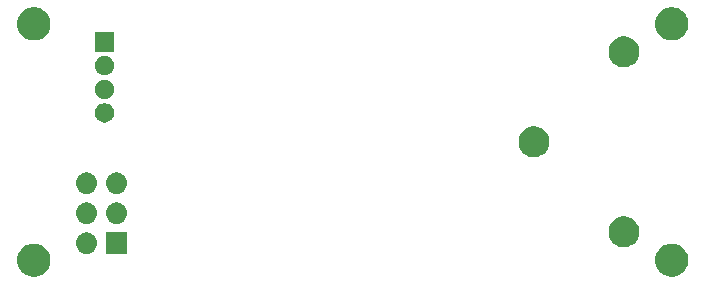
<source format=gbr>
G04 #@! TF.GenerationSoftware,KiCad,Pcbnew,(5.1.0)-1*
G04 #@! TF.CreationDate,2019-03-23T20:55:25-04:00*
G04 #@! TF.ProjectId,current_sense,63757272-656e-4745-9f73-656e73652e6b,rev?*
G04 #@! TF.SameCoordinates,Original*
G04 #@! TF.FileFunction,Soldermask,Bot*
G04 #@! TF.FilePolarity,Negative*
%FSLAX46Y46*%
G04 Gerber Fmt 4.6, Leading zero omitted, Abs format (unit mm)*
G04 Created by KiCad (PCBNEW (5.1.0)-1) date 2019-03-23 20:55:25*
%MOMM*%
%LPD*%
G04 APERTURE LIST*
%ADD10C,0.100000*%
G04 APERTURE END LIST*
D10*
G36*
X157814433Y-65862894D02*
G01*
X157904657Y-65880840D01*
X158010267Y-65924586D01*
X158159621Y-65986450D01*
X158159622Y-65986451D01*
X158389086Y-66139773D01*
X158584228Y-66334915D01*
X158645212Y-66426185D01*
X158737551Y-66564380D01*
X158843161Y-66819345D01*
X158897000Y-67090013D01*
X158897000Y-67365989D01*
X158843161Y-67636657D01*
X158737551Y-67891622D01*
X158737550Y-67891623D01*
X158584228Y-68121087D01*
X158389086Y-68316229D01*
X158235763Y-68418676D01*
X158159621Y-68469552D01*
X158010267Y-68531416D01*
X157904657Y-68575162D01*
X157814433Y-68593108D01*
X157633988Y-68629001D01*
X157358012Y-68629001D01*
X157177567Y-68593108D01*
X157087343Y-68575162D01*
X156981733Y-68531416D01*
X156832379Y-68469552D01*
X156756237Y-68418676D01*
X156602914Y-68316229D01*
X156407772Y-68121087D01*
X156254450Y-67891623D01*
X156254449Y-67891622D01*
X156148839Y-67636657D01*
X156095000Y-67365989D01*
X156095000Y-67090013D01*
X156148839Y-66819345D01*
X156254449Y-66564380D01*
X156346788Y-66426185D01*
X156407772Y-66334915D01*
X156602914Y-66139773D01*
X156832378Y-65986451D01*
X156832379Y-65986450D01*
X156981733Y-65924586D01*
X157087343Y-65880840D01*
X157177567Y-65862894D01*
X157358012Y-65827001D01*
X157633988Y-65827001D01*
X157814433Y-65862894D01*
X157814433Y-65862894D01*
G37*
G36*
X103814432Y-65862894D02*
G01*
X103904656Y-65880840D01*
X104010266Y-65924586D01*
X104159620Y-65986450D01*
X104159621Y-65986451D01*
X104389085Y-66139773D01*
X104584227Y-66334915D01*
X104645211Y-66426185D01*
X104737550Y-66564380D01*
X104843160Y-66819345D01*
X104896999Y-67090013D01*
X104896999Y-67365989D01*
X104843160Y-67636657D01*
X104737550Y-67891622D01*
X104737549Y-67891623D01*
X104584227Y-68121087D01*
X104389085Y-68316229D01*
X104235762Y-68418676D01*
X104159620Y-68469552D01*
X104010266Y-68531416D01*
X103904656Y-68575162D01*
X103814432Y-68593108D01*
X103633987Y-68629001D01*
X103358011Y-68629001D01*
X103177566Y-68593108D01*
X103087342Y-68575162D01*
X102981732Y-68531416D01*
X102832378Y-68469552D01*
X102756236Y-68418676D01*
X102602913Y-68316229D01*
X102407771Y-68121087D01*
X102254449Y-67891623D01*
X102254448Y-67891622D01*
X102148838Y-67636657D01*
X102094999Y-67365989D01*
X102094999Y-67090013D01*
X102148838Y-66819345D01*
X102254448Y-66564380D01*
X102346787Y-66426185D01*
X102407771Y-66334915D01*
X102602913Y-66139773D01*
X102832377Y-65986451D01*
X102832378Y-65986450D01*
X102981732Y-65924586D01*
X103087342Y-65880840D01*
X103177566Y-65862894D01*
X103358011Y-65827001D01*
X103633987Y-65827001D01*
X103814432Y-65862894D01*
X103814432Y-65862894D01*
G37*
G36*
X111391000Y-66687000D02*
G01*
X109589000Y-66687000D01*
X109589000Y-64885000D01*
X111391000Y-64885000D01*
X111391000Y-66687000D01*
X111391000Y-66687000D01*
G37*
G36*
X108060442Y-64891518D02*
G01*
X108126627Y-64898037D01*
X108296466Y-64949557D01*
X108452991Y-65033222D01*
X108488729Y-65062552D01*
X108590186Y-65145814D01*
X108644082Y-65211488D01*
X108702778Y-65283009D01*
X108786443Y-65439534D01*
X108837963Y-65609373D01*
X108855359Y-65786000D01*
X108837963Y-65962627D01*
X108786443Y-66132466D01*
X108702778Y-66288991D01*
X108673448Y-66324729D01*
X108590186Y-66426186D01*
X108488729Y-66509448D01*
X108452991Y-66538778D01*
X108296466Y-66622443D01*
X108126627Y-66673963D01*
X108060442Y-66680482D01*
X107994260Y-66687000D01*
X107905740Y-66687000D01*
X107839558Y-66680482D01*
X107773373Y-66673963D01*
X107603534Y-66622443D01*
X107447009Y-66538778D01*
X107411271Y-66509448D01*
X107309814Y-66426186D01*
X107226552Y-66324729D01*
X107197222Y-66288991D01*
X107113557Y-66132466D01*
X107062037Y-65962627D01*
X107044641Y-65786000D01*
X107062037Y-65609373D01*
X107113557Y-65439534D01*
X107197222Y-65283009D01*
X107255918Y-65211488D01*
X107309814Y-65145814D01*
X107411271Y-65062552D01*
X107447009Y-65033222D01*
X107603534Y-64949557D01*
X107773373Y-64898037D01*
X107839558Y-64891518D01*
X107905740Y-64885000D01*
X107994260Y-64885000D01*
X108060442Y-64891518D01*
X108060442Y-64891518D01*
G37*
G36*
X153823487Y-63580996D02*
G01*
X154060253Y-63679068D01*
X154060255Y-63679069D01*
X154273339Y-63821447D01*
X154454553Y-64002661D01*
X154507862Y-64082443D01*
X154596932Y-64215747D01*
X154695004Y-64452513D01*
X154745000Y-64703861D01*
X154745000Y-64960139D01*
X154695004Y-65211487D01*
X154596932Y-65448253D01*
X154596931Y-65448255D01*
X154454553Y-65661339D01*
X154273339Y-65842553D01*
X154060255Y-65984931D01*
X154060254Y-65984932D01*
X154060253Y-65984932D01*
X153823487Y-66083004D01*
X153572139Y-66133000D01*
X153315861Y-66133000D01*
X153064513Y-66083004D01*
X152827747Y-65984932D01*
X152827746Y-65984932D01*
X152827745Y-65984931D01*
X152614661Y-65842553D01*
X152433447Y-65661339D01*
X152291069Y-65448255D01*
X152291068Y-65448253D01*
X152192996Y-65211487D01*
X152143000Y-64960139D01*
X152143000Y-64703861D01*
X152192996Y-64452513D01*
X152291068Y-64215747D01*
X152380139Y-64082443D01*
X152433447Y-64002661D01*
X152614661Y-63821447D01*
X152827745Y-63679069D01*
X152827747Y-63679068D01*
X153064513Y-63580996D01*
X153315861Y-63531000D01*
X153572139Y-63531000D01*
X153823487Y-63580996D01*
X153823487Y-63580996D01*
G37*
G36*
X110600443Y-62351519D02*
G01*
X110666627Y-62358037D01*
X110836466Y-62409557D01*
X110992991Y-62493222D01*
X111028729Y-62522552D01*
X111130186Y-62605814D01*
X111213448Y-62707271D01*
X111242778Y-62743009D01*
X111326443Y-62899534D01*
X111377963Y-63069373D01*
X111395359Y-63246000D01*
X111377963Y-63422627D01*
X111326443Y-63592466D01*
X111242778Y-63748991D01*
X111213448Y-63784729D01*
X111130186Y-63886186D01*
X111028729Y-63969448D01*
X110992991Y-63998778D01*
X110836466Y-64082443D01*
X110666627Y-64133963D01*
X110600443Y-64140481D01*
X110534260Y-64147000D01*
X110445740Y-64147000D01*
X110379557Y-64140481D01*
X110313373Y-64133963D01*
X110143534Y-64082443D01*
X109987009Y-63998778D01*
X109951271Y-63969448D01*
X109849814Y-63886186D01*
X109766552Y-63784729D01*
X109737222Y-63748991D01*
X109653557Y-63592466D01*
X109602037Y-63422627D01*
X109584641Y-63246000D01*
X109602037Y-63069373D01*
X109653557Y-62899534D01*
X109737222Y-62743009D01*
X109766552Y-62707271D01*
X109849814Y-62605814D01*
X109951271Y-62522552D01*
X109987009Y-62493222D01*
X110143534Y-62409557D01*
X110313373Y-62358037D01*
X110379557Y-62351519D01*
X110445740Y-62345000D01*
X110534260Y-62345000D01*
X110600443Y-62351519D01*
X110600443Y-62351519D01*
G37*
G36*
X108060443Y-62351519D02*
G01*
X108126627Y-62358037D01*
X108296466Y-62409557D01*
X108452991Y-62493222D01*
X108488729Y-62522552D01*
X108590186Y-62605814D01*
X108673448Y-62707271D01*
X108702778Y-62743009D01*
X108786443Y-62899534D01*
X108837963Y-63069373D01*
X108855359Y-63246000D01*
X108837963Y-63422627D01*
X108786443Y-63592466D01*
X108702778Y-63748991D01*
X108673448Y-63784729D01*
X108590186Y-63886186D01*
X108488729Y-63969448D01*
X108452991Y-63998778D01*
X108296466Y-64082443D01*
X108126627Y-64133963D01*
X108060443Y-64140481D01*
X107994260Y-64147000D01*
X107905740Y-64147000D01*
X107839557Y-64140481D01*
X107773373Y-64133963D01*
X107603534Y-64082443D01*
X107447009Y-63998778D01*
X107411271Y-63969448D01*
X107309814Y-63886186D01*
X107226552Y-63784729D01*
X107197222Y-63748991D01*
X107113557Y-63592466D01*
X107062037Y-63422627D01*
X107044641Y-63246000D01*
X107062037Y-63069373D01*
X107113557Y-62899534D01*
X107197222Y-62743009D01*
X107226552Y-62707271D01*
X107309814Y-62605814D01*
X107411271Y-62522552D01*
X107447009Y-62493222D01*
X107603534Y-62409557D01*
X107773373Y-62358037D01*
X107839557Y-62351519D01*
X107905740Y-62345000D01*
X107994260Y-62345000D01*
X108060443Y-62351519D01*
X108060443Y-62351519D01*
G37*
G36*
X108060443Y-59811519D02*
G01*
X108126627Y-59818037D01*
X108296466Y-59869557D01*
X108452991Y-59953222D01*
X108488729Y-59982552D01*
X108590186Y-60065814D01*
X108673448Y-60167271D01*
X108702778Y-60203009D01*
X108786443Y-60359534D01*
X108837963Y-60529373D01*
X108855359Y-60706000D01*
X108837963Y-60882627D01*
X108786443Y-61052466D01*
X108702778Y-61208991D01*
X108673448Y-61244729D01*
X108590186Y-61346186D01*
X108488729Y-61429448D01*
X108452991Y-61458778D01*
X108296466Y-61542443D01*
X108126627Y-61593963D01*
X108060442Y-61600482D01*
X107994260Y-61607000D01*
X107905740Y-61607000D01*
X107839558Y-61600482D01*
X107773373Y-61593963D01*
X107603534Y-61542443D01*
X107447009Y-61458778D01*
X107411271Y-61429448D01*
X107309814Y-61346186D01*
X107226552Y-61244729D01*
X107197222Y-61208991D01*
X107113557Y-61052466D01*
X107062037Y-60882627D01*
X107044641Y-60706000D01*
X107062037Y-60529373D01*
X107113557Y-60359534D01*
X107197222Y-60203009D01*
X107226552Y-60167271D01*
X107309814Y-60065814D01*
X107411271Y-59982552D01*
X107447009Y-59953222D01*
X107603534Y-59869557D01*
X107773373Y-59818037D01*
X107839557Y-59811519D01*
X107905740Y-59805000D01*
X107994260Y-59805000D01*
X108060443Y-59811519D01*
X108060443Y-59811519D01*
G37*
G36*
X110600443Y-59811519D02*
G01*
X110666627Y-59818037D01*
X110836466Y-59869557D01*
X110992991Y-59953222D01*
X111028729Y-59982552D01*
X111130186Y-60065814D01*
X111213448Y-60167271D01*
X111242778Y-60203009D01*
X111326443Y-60359534D01*
X111377963Y-60529373D01*
X111395359Y-60706000D01*
X111377963Y-60882627D01*
X111326443Y-61052466D01*
X111242778Y-61208991D01*
X111213448Y-61244729D01*
X111130186Y-61346186D01*
X111028729Y-61429448D01*
X110992991Y-61458778D01*
X110836466Y-61542443D01*
X110666627Y-61593963D01*
X110600442Y-61600482D01*
X110534260Y-61607000D01*
X110445740Y-61607000D01*
X110379558Y-61600482D01*
X110313373Y-61593963D01*
X110143534Y-61542443D01*
X109987009Y-61458778D01*
X109951271Y-61429448D01*
X109849814Y-61346186D01*
X109766552Y-61244729D01*
X109737222Y-61208991D01*
X109653557Y-61052466D01*
X109602037Y-60882627D01*
X109584641Y-60706000D01*
X109602037Y-60529373D01*
X109653557Y-60359534D01*
X109737222Y-60203009D01*
X109766552Y-60167271D01*
X109849814Y-60065814D01*
X109951271Y-59982552D01*
X109987009Y-59953222D01*
X110143534Y-59869557D01*
X110313373Y-59818037D01*
X110379557Y-59811519D01*
X110445740Y-59805000D01*
X110534260Y-59805000D01*
X110600443Y-59811519D01*
X110600443Y-59811519D01*
G37*
G36*
X146203487Y-55960996D02*
G01*
X146440253Y-56059068D01*
X146440255Y-56059069D01*
X146653339Y-56201447D01*
X146834553Y-56382661D01*
X146976932Y-56595747D01*
X147075004Y-56832513D01*
X147125000Y-57083861D01*
X147125000Y-57340139D01*
X147075004Y-57591487D01*
X146976932Y-57828253D01*
X146976931Y-57828255D01*
X146834553Y-58041339D01*
X146653339Y-58222553D01*
X146440255Y-58364931D01*
X146440254Y-58364932D01*
X146440253Y-58364932D01*
X146203487Y-58463004D01*
X145952139Y-58513000D01*
X145695861Y-58513000D01*
X145444513Y-58463004D01*
X145207747Y-58364932D01*
X145207746Y-58364932D01*
X145207745Y-58364931D01*
X144994661Y-58222553D01*
X144813447Y-58041339D01*
X144671069Y-57828255D01*
X144671068Y-57828253D01*
X144572996Y-57591487D01*
X144523000Y-57340139D01*
X144523000Y-57083861D01*
X144572996Y-56832513D01*
X144671068Y-56595747D01*
X144813447Y-56382661D01*
X144994661Y-56201447D01*
X145207745Y-56059069D01*
X145207747Y-56059068D01*
X145444513Y-55960996D01*
X145695861Y-55911000D01*
X145952139Y-55911000D01*
X146203487Y-55960996D01*
X146203487Y-55960996D01*
G37*
G36*
X109711142Y-53986242D02*
G01*
X109859101Y-54047529D01*
X109992255Y-54136499D01*
X110105501Y-54249745D01*
X110194471Y-54382899D01*
X110255758Y-54530858D01*
X110287000Y-54687925D01*
X110287000Y-54848075D01*
X110255758Y-55005142D01*
X110194471Y-55153101D01*
X110105501Y-55286255D01*
X109992255Y-55399501D01*
X109859101Y-55488471D01*
X109711142Y-55549758D01*
X109554075Y-55581000D01*
X109393925Y-55581000D01*
X109236858Y-55549758D01*
X109088899Y-55488471D01*
X108955745Y-55399501D01*
X108842499Y-55286255D01*
X108753529Y-55153101D01*
X108692242Y-55005142D01*
X108661000Y-54848075D01*
X108661000Y-54687925D01*
X108692242Y-54530858D01*
X108753529Y-54382899D01*
X108842499Y-54249745D01*
X108955745Y-54136499D01*
X109088899Y-54047529D01*
X109236858Y-53986242D01*
X109393925Y-53955000D01*
X109554075Y-53955000D01*
X109711142Y-53986242D01*
X109711142Y-53986242D01*
G37*
G36*
X109711142Y-51986242D02*
G01*
X109859101Y-52047529D01*
X109992255Y-52136499D01*
X110105501Y-52249745D01*
X110194471Y-52382899D01*
X110255758Y-52530858D01*
X110287000Y-52687925D01*
X110287000Y-52848075D01*
X110255758Y-53005142D01*
X110194471Y-53153101D01*
X110105501Y-53286255D01*
X109992255Y-53399501D01*
X109859101Y-53488471D01*
X109711142Y-53549758D01*
X109554075Y-53581000D01*
X109393925Y-53581000D01*
X109236858Y-53549758D01*
X109088899Y-53488471D01*
X108955745Y-53399501D01*
X108842499Y-53286255D01*
X108753529Y-53153101D01*
X108692242Y-53005142D01*
X108661000Y-52848075D01*
X108661000Y-52687925D01*
X108692242Y-52530858D01*
X108753529Y-52382899D01*
X108842499Y-52249745D01*
X108955745Y-52136499D01*
X109088899Y-52047529D01*
X109236858Y-51986242D01*
X109393925Y-51955000D01*
X109554075Y-51955000D01*
X109711142Y-51986242D01*
X109711142Y-51986242D01*
G37*
G36*
X109711142Y-49986242D02*
G01*
X109859101Y-50047529D01*
X109992255Y-50136499D01*
X110105501Y-50249745D01*
X110194471Y-50382899D01*
X110255758Y-50530858D01*
X110287000Y-50687925D01*
X110287000Y-50848075D01*
X110255758Y-51005142D01*
X110194471Y-51153101D01*
X110105501Y-51286255D01*
X109992255Y-51399501D01*
X109859101Y-51488471D01*
X109711142Y-51549758D01*
X109554075Y-51581000D01*
X109393925Y-51581000D01*
X109236858Y-51549758D01*
X109088899Y-51488471D01*
X108955745Y-51399501D01*
X108842499Y-51286255D01*
X108753529Y-51153101D01*
X108692242Y-51005142D01*
X108661000Y-50848075D01*
X108661000Y-50687925D01*
X108692242Y-50530858D01*
X108753529Y-50382899D01*
X108842499Y-50249745D01*
X108955745Y-50136499D01*
X109088899Y-50047529D01*
X109236858Y-49986242D01*
X109393925Y-49955000D01*
X109554075Y-49955000D01*
X109711142Y-49986242D01*
X109711142Y-49986242D01*
G37*
G36*
X153823487Y-48340996D02*
G01*
X154060253Y-48439068D01*
X154060255Y-48439069D01*
X154105876Y-48469552D01*
X154273339Y-48581447D01*
X154454553Y-48762661D01*
X154596932Y-48975747D01*
X154695004Y-49212513D01*
X154745000Y-49463861D01*
X154745000Y-49720139D01*
X154695004Y-49971487D01*
X154596932Y-50208253D01*
X154596931Y-50208255D01*
X154454553Y-50421339D01*
X154273339Y-50602553D01*
X154060255Y-50744931D01*
X154060254Y-50744932D01*
X154060253Y-50744932D01*
X153823487Y-50843004D01*
X153572139Y-50893000D01*
X153315861Y-50893000D01*
X153064513Y-50843004D01*
X152827747Y-50744932D01*
X152827746Y-50744932D01*
X152827745Y-50744931D01*
X152614661Y-50602553D01*
X152433447Y-50421339D01*
X152291069Y-50208255D01*
X152291068Y-50208253D01*
X152192996Y-49971487D01*
X152143000Y-49720139D01*
X152143000Y-49463861D01*
X152192996Y-49212513D01*
X152291068Y-48975747D01*
X152433447Y-48762661D01*
X152614661Y-48581447D01*
X152782124Y-48469552D01*
X152827745Y-48439069D01*
X152827747Y-48439068D01*
X153064513Y-48340996D01*
X153315861Y-48291000D01*
X153572139Y-48291000D01*
X153823487Y-48340996D01*
X153823487Y-48340996D01*
G37*
G36*
X110287000Y-49581000D02*
G01*
X108661000Y-49581000D01*
X108661000Y-47955000D01*
X110287000Y-47955000D01*
X110287000Y-49581000D01*
X110287000Y-49581000D01*
G37*
G36*
X103814432Y-45862894D02*
G01*
X103904656Y-45880840D01*
X104010266Y-45924586D01*
X104159620Y-45986450D01*
X104159621Y-45986451D01*
X104389085Y-46139773D01*
X104584227Y-46334915D01*
X104686674Y-46488238D01*
X104737550Y-46564380D01*
X104843160Y-46819345D01*
X104896999Y-47090013D01*
X104896999Y-47365989D01*
X104843160Y-47636657D01*
X104737550Y-47891622D01*
X104737549Y-47891623D01*
X104584227Y-48121087D01*
X104389085Y-48316229D01*
X104235762Y-48418676D01*
X104159620Y-48469552D01*
X104010266Y-48531416D01*
X103904656Y-48575162D01*
X103814432Y-48593108D01*
X103633987Y-48629001D01*
X103358011Y-48629001D01*
X103177566Y-48593108D01*
X103087342Y-48575162D01*
X102981732Y-48531416D01*
X102832378Y-48469552D01*
X102756236Y-48418676D01*
X102602913Y-48316229D01*
X102407771Y-48121087D01*
X102254449Y-47891623D01*
X102254448Y-47891622D01*
X102148838Y-47636657D01*
X102094999Y-47365989D01*
X102094999Y-47090013D01*
X102148838Y-46819345D01*
X102254448Y-46564380D01*
X102305324Y-46488238D01*
X102407771Y-46334915D01*
X102602913Y-46139773D01*
X102832377Y-45986451D01*
X102832378Y-45986450D01*
X102981732Y-45924586D01*
X103087342Y-45880840D01*
X103177566Y-45862894D01*
X103358011Y-45827001D01*
X103633987Y-45827001D01*
X103814432Y-45862894D01*
X103814432Y-45862894D01*
G37*
G36*
X157814433Y-45862894D02*
G01*
X157904657Y-45880840D01*
X158010267Y-45924586D01*
X158159621Y-45986450D01*
X158159622Y-45986451D01*
X158389086Y-46139773D01*
X158584228Y-46334915D01*
X158686675Y-46488238D01*
X158737551Y-46564380D01*
X158843161Y-46819345D01*
X158897000Y-47090013D01*
X158897000Y-47365989D01*
X158843161Y-47636657D01*
X158737551Y-47891622D01*
X158737550Y-47891623D01*
X158584228Y-48121087D01*
X158389086Y-48316229D01*
X158235763Y-48418676D01*
X158159621Y-48469552D01*
X158010267Y-48531416D01*
X157904657Y-48575162D01*
X157814433Y-48593108D01*
X157633988Y-48629001D01*
X157358012Y-48629001D01*
X157177567Y-48593108D01*
X157087343Y-48575162D01*
X156981733Y-48531416D01*
X156832379Y-48469552D01*
X156756237Y-48418676D01*
X156602914Y-48316229D01*
X156407772Y-48121087D01*
X156254450Y-47891623D01*
X156254449Y-47891622D01*
X156148839Y-47636657D01*
X156095000Y-47365989D01*
X156095000Y-47090013D01*
X156148839Y-46819345D01*
X156254449Y-46564380D01*
X156305325Y-46488238D01*
X156407772Y-46334915D01*
X156602914Y-46139773D01*
X156832378Y-45986451D01*
X156832379Y-45986450D01*
X156981733Y-45924586D01*
X157087343Y-45880840D01*
X157177567Y-45862894D01*
X157358012Y-45827001D01*
X157633988Y-45827001D01*
X157814433Y-45862894D01*
X157814433Y-45862894D01*
G37*
M02*

</source>
